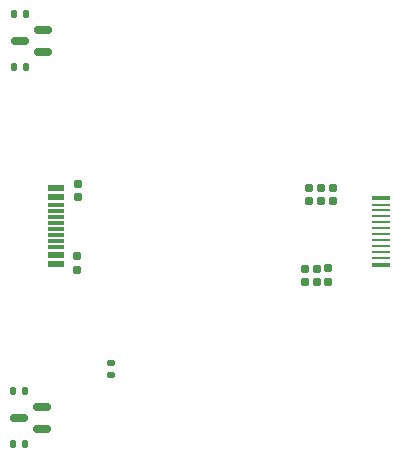
<source format=gtp>
G04 #@! TF.GenerationSoftware,KiCad,Pcbnew,7.0.2-0*
G04 #@! TF.CreationDate,2023-04-27T21:18:02-05:00*
G04 #@! TF.ProjectId,usb_programmer,7573625f-7072-46f6-9772-616d6d65722e,rev?*
G04 #@! TF.SameCoordinates,Original*
G04 #@! TF.FileFunction,Paste,Top*
G04 #@! TF.FilePolarity,Positive*
%FSLAX46Y46*%
G04 Gerber Fmt 4.6, Leading zero omitted, Abs format (unit mm)*
G04 Created by KiCad (PCBNEW 7.0.2-0) date 2023-04-27 21:18:02*
%MOMM*%
%LPD*%
G01*
G04 APERTURE LIST*
G04 Aperture macros list*
%AMRoundRect*
0 Rectangle with rounded corners*
0 $1 Rounding radius*
0 $2 $3 $4 $5 $6 $7 $8 $9 X,Y pos of 4 corners*
0 Add a 4 corners polygon primitive as box body*
4,1,4,$2,$3,$4,$5,$6,$7,$8,$9,$2,$3,0*
0 Add four circle primitives for the rounded corners*
1,1,$1+$1,$2,$3*
1,1,$1+$1,$4,$5*
1,1,$1+$1,$6,$7*
1,1,$1+$1,$8,$9*
0 Add four rect primitives between the rounded corners*
20,1,$1+$1,$2,$3,$4,$5,0*
20,1,$1+$1,$4,$5,$6,$7,0*
20,1,$1+$1,$6,$7,$8,$9,0*
20,1,$1+$1,$8,$9,$2,$3,0*%
G04 Aperture macros list end*
%ADD10RoundRect,0.135000X-0.135000X-0.185000X0.135000X-0.185000X0.135000X0.185000X-0.135000X0.185000X0*%
%ADD11RoundRect,0.155000X-0.155000X0.212500X-0.155000X-0.212500X0.155000X-0.212500X0.155000X0.212500X0*%
%ADD12R,1.550000X0.410000*%
%ADD13R,1.550000X0.260000*%
%ADD14RoundRect,0.155000X0.155000X-0.212500X0.155000X0.212500X-0.155000X0.212500X-0.155000X-0.212500X0*%
%ADD15R,1.450000X0.600000*%
%ADD16R,1.450000X0.300000*%
%ADD17RoundRect,0.150000X0.587500X0.150000X-0.587500X0.150000X-0.587500X-0.150000X0.587500X-0.150000X0*%
%ADD18RoundRect,0.135000X-0.185000X0.135000X-0.185000X-0.135000X0.185000X-0.135000X0.185000X0.135000X0*%
G04 APERTURE END LIST*
D10*
X29900000Y-90960000D03*
X28880000Y-90960000D03*
X30000000Y-59050000D03*
X28980000Y-59050000D03*
D11*
X34340000Y-79515000D03*
X34340000Y-80650000D03*
D12*
X60045000Y-80220000D03*
D13*
X60045000Y-79645000D03*
X60045000Y-79145000D03*
X60045000Y-78645000D03*
X60045000Y-78145000D03*
X60045000Y-77645000D03*
X60045000Y-77145000D03*
X60045000Y-76645000D03*
X60045000Y-76145000D03*
X60045000Y-75645000D03*
X60045000Y-75145000D03*
D12*
X60045000Y-74570000D03*
D14*
X55940000Y-74865000D03*
X55940000Y-73730000D03*
X53920000Y-74867500D03*
X53920000Y-73732500D03*
X54940000Y-74870000D03*
X54940000Y-73735000D03*
D11*
X53610000Y-80567500D03*
X53610000Y-81702500D03*
X54590000Y-80560000D03*
X54590000Y-81695000D03*
X55570000Y-80550000D03*
X55570000Y-81685000D03*
D14*
X34400000Y-74540000D03*
X34400000Y-73405000D03*
D15*
X32535000Y-73700000D03*
X32535000Y-74500000D03*
D16*
X32535000Y-75200000D03*
X32535000Y-76200000D03*
X32535000Y-77700000D03*
X32535000Y-78700000D03*
D15*
X32535000Y-79400000D03*
X32535000Y-80200000D03*
X32535000Y-80200000D03*
X32535000Y-79400000D03*
D16*
X32535000Y-78200000D03*
X32535000Y-77200000D03*
X32535000Y-76700000D03*
X32535000Y-75700000D03*
D15*
X32535000Y-74500000D03*
X32535000Y-73700000D03*
D17*
X31390000Y-62260000D03*
X31390000Y-60360000D03*
X29515000Y-61310000D03*
X31300000Y-94160000D03*
X31300000Y-92260000D03*
X29425000Y-93210000D03*
D10*
X28950000Y-63530000D03*
X29970000Y-63530000D03*
X28860000Y-95440000D03*
X29880000Y-95440000D03*
D18*
X37180000Y-88590000D03*
X37180000Y-89610000D03*
M02*

</source>
